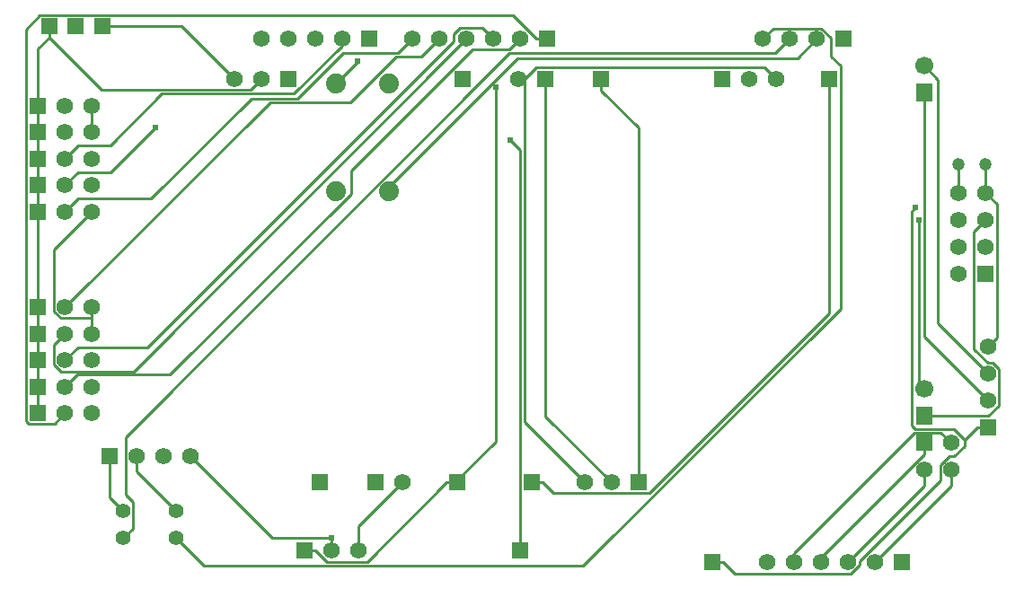
<source format=gbl>
G04 Layer: BottomLayer*
G04 EasyEDA v6.5.23, 2023-04-11 13:10:04*
G04 4efd93ceb8f34c36969e8f1cf74d4a79,5f8968b253fc4aed9fc2cb8881c97923,10*
G04 Gerber Generator version 0.2*
G04 Scale: 100 percent, Rotated: No, Reflected: No *
G04 Dimensions in inches *
G04 leading zeros omitted , absolute positions ,3 integer and 6 decimal *
%FSLAX36Y36*%
%MOIN*%

%AMMACRO1*21,1,$1,$2,0,0,$3*%
%ADD10C,0.0100*%
%ADD11R,0.0620X0.0620*%
%ADD12C,0.0470*%
%ADD13C,0.0620*%
%ADD14C,0.0551*%
%ADD15C,0.0740*%
%ADD16MACRO1,0.062X0.062X0.0000*%
%ADD17MACRO1,0.062X0.062X-90.0000*%
%ADD18MACRO1,0.0669X0.062X90.0000*%
%ADD19C,0.0669*%
%ADD20C,0.0240*%
%ADD21C,0.0156*%

%LPD*%
D10*
X3216139Y59048D02*
G01*
X3216139Y93029D01*
X3662190Y539079D01*
X3760919Y539079D01*
X3800000Y499998D01*
X3700000Y599998D02*
G01*
X3937169Y599998D01*
X3976400Y639229D01*
X3976400Y774519D01*
X3953190Y797728D01*
X3935460Y797728D01*
X3884210Y848978D01*
X3884210Y1285779D01*
X3927950Y1329519D01*
X3300000Y1999998D02*
G01*
X3229809Y1929809D01*
X2191059Y1929809D01*
X1712600Y1451349D01*
X1712600Y1433859D01*
X3516139Y59048D02*
G01*
X3800000Y342908D01*
X3800000Y399998D01*
X3700000Y699998D02*
G01*
X3679759Y720239D01*
X3679759Y1329519D01*
X925190Y246858D02*
G01*
X776769Y395279D01*
X776769Y452748D01*
X2163379Y1623229D02*
G01*
X2200000Y1586608D01*
X2200000Y99998D01*
X3346450Y1850389D02*
G01*
X3346450Y981269D01*
X2679679Y314499D01*
X2324939Y314499D01*
X2285110Y354328D01*
X2244089Y354328D02*
G01*
X2285110Y354328D01*
X3936999Y858658D02*
G01*
X3970460Y892118D01*
X3970460Y1387008D01*
X3927950Y1429519D01*
X1762600Y354328D02*
G01*
X1600000Y191729D01*
X1600000Y99998D01*
X1140159Y1850389D02*
G01*
X943310Y2047238D01*
X649600Y2047238D01*
X3927950Y1535419D02*
G01*
X3927950Y1429519D01*
X2194089Y1850389D02*
G01*
X2215590Y1850389D01*
X3151180Y1850389D02*
G01*
X3108190Y1893379D01*
X2258580Y1893379D01*
X2215590Y1850389D01*
X2215590Y1850389D02*
G01*
X2215590Y578108D01*
X2439369Y354328D01*
X511819Y1456689D02*
G01*
X561030Y1505898D01*
X681880Y1505898D01*
X846769Y1670788D01*
X1540000Y1999998D02*
G01*
X1540000Y1975929D01*
X1360929Y1796858D01*
X871580Y1796858D01*
X679050Y1604328D01*
X561039Y1604328D01*
X511819Y1555109D01*
X1927479Y354328D02*
G01*
X1632129Y58978D01*
X1482039Y58978D01*
X1441019Y99998D01*
X1400000Y99998D02*
G01*
X1441019Y99998D01*
X1968500Y354328D02*
G01*
X1958249Y354328D01*
X1958249Y354328D02*
G01*
X1927479Y354328D01*
X1958249Y354328D02*
G01*
X2110420Y506498D01*
X2110420Y1820788D01*
X611819Y963269D02*
G01*
X497010Y963269D01*
X471350Y988928D01*
X471350Y1217788D01*
X611819Y1358258D01*
X611819Y905509D02*
G01*
X611819Y963269D01*
X611819Y963269D02*
G01*
X611819Y1003928D01*
X611819Y1653539D02*
G01*
X611819Y1751959D01*
X728350Y246849D02*
G01*
X676770Y298429D01*
X676770Y452748D01*
X3936999Y658658D02*
G01*
X3700000Y895659D01*
X3700000Y1799998D01*
X511819Y1358258D02*
G01*
X561039Y1407478D01*
X831080Y1407478D01*
X1202089Y1778488D01*
X1373770Y1778488D01*
X1542969Y1947689D01*
X1747690Y1947689D01*
X1800000Y1999998D01*
X3936999Y758658D02*
G01*
X3751589Y944068D01*
X3751589Y1848409D01*
X3700000Y1899998D01*
X925190Y146858D02*
G01*
X1026890Y45158D01*
X2434750Y45158D01*
X3389420Y999828D01*
X3389420Y1901269D01*
X3354610Y1936078D01*
X3354610Y2003668D01*
X3318549Y2039729D01*
X3139729Y2039729D01*
X3100000Y1999998D01*
X728350Y146849D02*
G01*
X764390Y182889D01*
X764390Y281788D01*
X736309Y309868D01*
X736309Y522638D01*
X2160969Y1947298D01*
X3147299Y1947298D01*
X3200000Y1999998D01*
X511819Y610228D02*
G01*
X472750Y571158D01*
X375650Y571158D01*
X365760Y581048D01*
X365760Y2035028D01*
X417620Y2086889D01*
X2172089Y2086889D01*
X2258980Y1999998D01*
X2300000Y1999998D02*
G01*
X2258980Y1999998D01*
X2200000Y1999998D02*
G01*
X2160929Y1960929D01*
X2023180Y1960929D01*
X1573019Y1510769D01*
X1573019Y1424899D01*
X901509Y753389D01*
X556550Y753389D01*
X511819Y708658D01*
X511819Y807078D02*
G01*
X561039Y856298D01*
X815429Y856298D01*
X1952150Y1993018D01*
X1952150Y2017038D01*
X1976009Y2040898D01*
X2059099Y2040898D01*
X2100000Y1999998D01*
X511819Y905509D02*
G01*
X471350Y865039D01*
X471350Y792258D01*
X497139Y766469D01*
X766469Y766469D01*
X2000000Y1999998D01*
X511819Y1003928D02*
G01*
X1273299Y1765408D01*
X1570829Y1765408D01*
X1740029Y1934609D01*
X1834610Y1934609D01*
X1900000Y1999998D01*
X3416139Y59048D02*
G01*
X3700000Y342908D01*
X3700000Y399998D01*
X3316139Y59048D02*
G01*
X3316139Y75118D01*
X3700000Y458978D01*
X3700000Y479488D02*
G01*
X3700000Y477948D01*
X3700000Y477948D02*
G01*
X3700000Y458978D01*
X3700000Y499998D02*
G01*
X3700000Y479488D01*
X2294089Y1850389D02*
G01*
X2294089Y599609D01*
X2539369Y354328D01*
X1515749Y1833859D02*
G01*
X1595829Y1913939D01*
X1595829Y1919578D01*
X2639369Y354328D02*
G01*
X2639369Y1669998D01*
X2500000Y1809369D01*
X2500000Y1850389D02*
G01*
X2500000Y1809369D01*
X411819Y807089D02*
G01*
X411819Y905509D01*
X411819Y905509D02*
G01*
X411819Y1003928D01*
X411819Y1003928D02*
G01*
X411819Y1358269D01*
X411819Y1358269D02*
G01*
X411819Y1456689D01*
X411819Y1456689D02*
G01*
X411819Y1555118D01*
X411819Y1555118D02*
G01*
X411819Y1653539D01*
X411819Y1653539D02*
G01*
X411819Y1751968D01*
X411819Y1751968D02*
G01*
X411819Y1965279D01*
X452759Y2006219D01*
X452759Y2047238D02*
G01*
X452759Y2006219D01*
X1240159Y1850389D02*
G01*
X1201080Y1811309D01*
X647669Y1811309D01*
X452759Y2006219D01*
X1500000Y147899D02*
G01*
X1500000Y99998D01*
X1500000Y147899D02*
G01*
X1281620Y147899D01*
X976769Y452748D01*
X2913379Y59059D02*
G01*
X2954399Y59059D01*
X3936999Y558658D02*
G01*
X3895979Y558658D01*
X3827950Y1535419D02*
G01*
X3827950Y1429519D01*
X3850159Y512838D02*
G01*
X3895979Y558658D01*
X2954399Y59059D02*
G01*
X2998180Y15279D01*
X3427650Y15279D01*
X3461530Y49158D01*
X3461530Y60988D01*
X3760929Y360389D01*
X3760929Y416748D01*
X3794179Y449998D01*
X3811260Y449998D01*
X3850159Y488899D01*
X3850159Y512838D01*
X3850159Y512838D02*
G01*
X3810839Y552159D01*
X3665659Y552159D01*
X3652610Y565208D01*
X3652610Y1358919D01*
X3668230Y1374538D01*
X411819Y610228D02*
G01*
X411819Y708658D01*
X411819Y708658D02*
G01*
X411819Y807089D01*
D11*
G01*
X2244089Y354329D03*
G01*
X3346450Y1850390D03*
G01*
X2913379Y59054D03*
G01*
X649605Y2047240D03*
G01*
X1988185Y1850390D03*
G01*
X2499994Y1850390D03*
G01*
X551179Y2047240D03*
G01*
X1456689Y354329D03*
G01*
X452755Y2047240D03*
G01*
X1968500Y354329D03*
D12*
G01*
X3927950Y1535419D03*
G01*
X3827950Y1535419D03*
D11*
G01*
X676770Y452750D03*
D13*
G01*
X776769Y452750D03*
G01*
X876769Y452750D03*
G01*
X976769Y452750D03*
D11*
G01*
X1340150Y1850390D03*
D13*
G01*
X1240159Y1850390D03*
G01*
X1140159Y1850390D03*
D11*
G01*
X2639364Y354324D03*
D13*
G01*
X2539364Y354324D03*
G01*
X2439364Y354324D03*
D11*
G01*
X2951180Y1850385D03*
D13*
G01*
X3051180Y1850385D03*
G01*
X3151180Y1850385D03*
D11*
G01*
X1662595Y354324D03*
D13*
G01*
X1762595Y354324D03*
D11*
G01*
X2294089Y1850390D03*
D13*
G01*
X2194089Y1850390D03*
D11*
G01*
X3927950Y1129520D03*
D13*
G01*
X3827950Y1129520D03*
G01*
X3927950Y1229520D03*
G01*
X3827950Y1229520D03*
G01*
X3927950Y1329520D03*
G01*
X3827950Y1329520D03*
G01*
X3927950Y1429520D03*
G01*
X3827950Y1429520D03*
G01*
X611815Y1751954D03*
G01*
X511815Y1751954D03*
D11*
G01*
X411815Y1751965D03*
D13*
G01*
X611815Y1653535D03*
G01*
X511815Y1653535D03*
D11*
G01*
X411815Y1653535D03*
D13*
G01*
X611815Y1555104D03*
G01*
X511815Y1555104D03*
D11*
G01*
X411815Y1555115D03*
D13*
G01*
X611815Y1456685D03*
G01*
X511815Y1456685D03*
D11*
G01*
X411815Y1456685D03*
D13*
G01*
X611815Y1358254D03*
G01*
X511815Y1358254D03*
D11*
G01*
X411815Y1358265D03*
D13*
G01*
X611815Y1003930D03*
G01*
X511815Y1003930D03*
D11*
G01*
X411815Y1003930D03*
D13*
G01*
X611815Y905509D03*
G01*
X511815Y905509D03*
D11*
G01*
X411815Y905509D03*
D13*
G01*
X611815Y807080D03*
G01*
X511815Y807080D03*
D11*
G01*
X411815Y807089D03*
D13*
G01*
X611815Y708659D03*
G01*
X511815Y708659D03*
D11*
G01*
X411815Y708659D03*
D13*
G01*
X611815Y610230D03*
G01*
X511815Y610230D03*
D11*
G01*
X411815Y610230D03*
D13*
G01*
X3116139Y59050D03*
G01*
X3216139Y59050D03*
G01*
X3316139Y59050D03*
G01*
X3416139Y59050D03*
G01*
X3516139Y59050D03*
D11*
G01*
X3616130Y59050D03*
G01*
X3936999Y558659D03*
D13*
G01*
X3936999Y658659D03*
G01*
X3936999Y758659D03*
G01*
X3936999Y858659D03*
D14*
G01*
X728344Y246844D03*
G01*
X728344Y146844D03*
G01*
X925185Y146860D03*
G01*
X925185Y246860D03*
D15*
G01*
X1712595Y1433854D03*
G01*
X1712595Y1833854D03*
G01*
X1515744Y1433854D03*
G01*
X1515744Y1833854D03*
D13*
G01*
X1240000Y2000000D03*
G01*
X1340000Y2000000D03*
G01*
X1440000Y2000000D03*
G01*
X1540000Y2000000D03*
D16*
G01*
X1640000Y2000000D03*
D17*
G01*
X2200000Y100000D03*
D13*
G01*
X1600000Y100000D03*
G01*
X1500000Y100000D03*
D16*
G01*
X1400000Y100000D03*
D13*
G01*
X1800000Y2000000D03*
G01*
X1900000Y2000000D03*
G01*
X2000000Y2000000D03*
G01*
X2100000Y2000000D03*
G01*
X2200000Y2000000D03*
D16*
G01*
X2300000Y2000000D03*
D13*
G01*
X3200000Y2000000D03*
G01*
X3100000Y2000000D03*
G01*
X3300000Y2000000D03*
D16*
G01*
X3400000Y2000000D03*
G01*
X3700000Y500000D03*
D13*
G01*
X3700000Y400000D03*
G01*
X3800000Y500000D03*
G01*
X3800000Y400000D03*
D18*
G01*
X3700000Y1800000D03*
D19*
G01*
X3700000Y1900000D03*
D18*
G01*
X3700000Y600000D03*
D19*
G01*
X3700000Y700000D03*
D20*
G01*
X3668230Y1374538D03*
G01*
X1500000Y147899D03*
G01*
X1595829Y1919578D03*
G01*
X2110420Y1820788D03*
G01*
X846769Y1670788D03*
G01*
X2163379Y1623229D03*
G01*
X3679759Y1329519D03*
M02*

</source>
